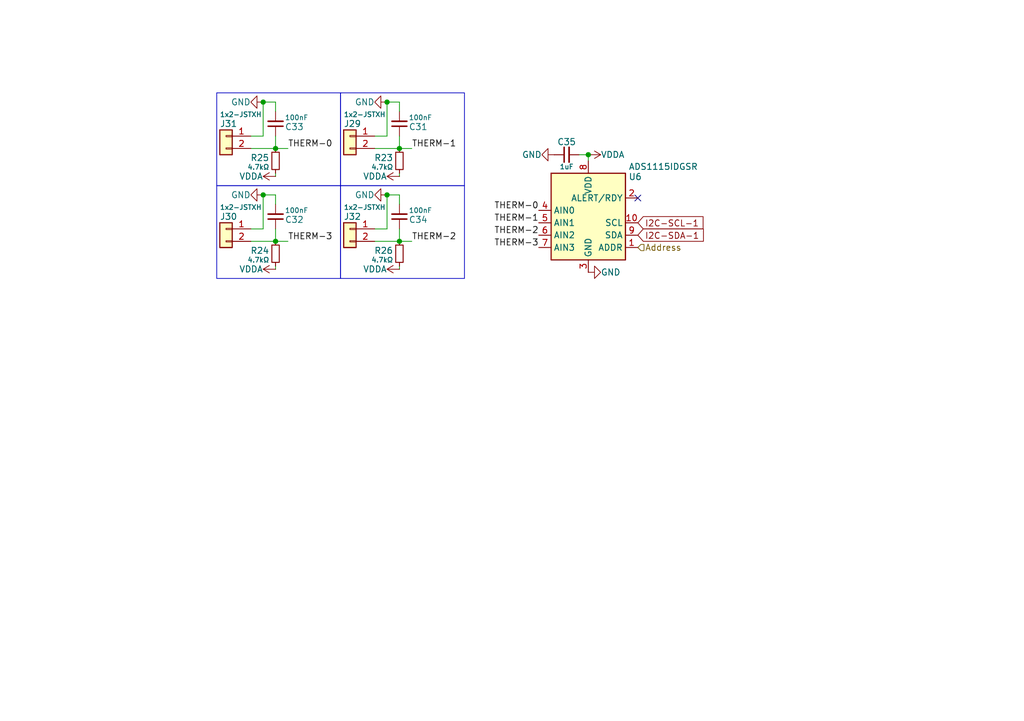
<source format=kicad_sch>
(kicad_sch (version 20250114) (generator "eeschema") (generator_version "9.0")
  (paper "A5")
  (title_block (title "ThermEX26 Klipper Thermistor Expansion") (date "2025-04-07") (rev "2") (company "Pera @ https://transfur.science/f191") (comment 1 "CERN OHL v2 - S") (comment 3 "https://github.com/comradef191/ThermEX"))
  (lib_symbols
    (symbol "Analog_ADC:ADS1115IDGS"
      (property "Reference" "U" (at 2.54 13.97 0))
      (property "Value" "ADS1115IDGS" (at 7.62 11.43 0))
      (symbol "ADS1115IDGS_0_1"
        (rectangle (start -7.62 10.16) (end 7.62 -7.62) (stroke (width 0.254)) (fill (type background)))
      )
      (symbol "ADS1115IDGS_1_1"
        (pin input line (at -10.16 2.54 0) (length 2.54) (name "AIN0") (number "4"))
        (pin input line (at -10.16 0 0) (length 2.54) (name "AIN1") (number "5"))
        (pin input line (at -10.16 -2.54 0) (length 2.54) (name "AIN2") (number "6"))
        (pin input line (at -10.16 -5.08 0) (length 2.54) (name "AIN3") (number "7"))
        (pin power_in line (at 0 12.7 270) (length 2.54) (name "VDD") (number "8"))
        (pin power_in line (at 0 -10.16 90) (length 2.54) (name "GND") (number "3"))
        (pin output line (at 10.16 5.08 180) (length 2.54) (name "ALERT/RDY") (number "2"))
        (pin input line (at 10.16 0 180) (length 2.54) (name "SCL") (number "10"))
        (pin bidirectional line (at 10.16 -2.54 180) (length 2.54) (name "SDA") (number "9"))
        (pin input line (at 10.16 -5.08 180) (length 2.54) (name "ADDR") (number "1"))
      )
    )
    (symbol "Connector_Generic:Conn_01x02" (pin_names (offset 1.016) (hide yes))
      (property "Reference" "J" (at 0 2.54 0))
      (property "Value" "Conn_01x02" (at 0 -5.08 0))
      (symbol "Conn_01x02_1_1"
        (rectangle (start -1.27 1.27) (end 1.27 -3.81) (stroke (width 0.254)) (fill (type background)))
        (rectangle (start -1.27 0.127) (end 0 -0.127) (stroke (width 0.1524)))
        (rectangle (start -1.27 -2.413) (end 0 -2.667) (stroke (width 0.1524)))
        (pin passive line (at -5.08 0 0) (length 3.81) (name "Pin_1") (number "1"))
        (pin passive line (at -5.08 -2.54 0) (length 3.81) (name "Pin_2") (number "2"))
      )
    )
    (symbol "Device:C_Small" (pin_numbers (hide yes)) (pin_names (offset 0.254) (hide yes))
      (property "Reference" "C" (at 0.254 1.778 0))
      (property "Value" "C_Small" (at 0.254 -2.032 0))
      (symbol "C_Small_0_1"
        (polyline (pts (xy -1.524 0.508) (xy 1.524 0.508)) (stroke (width 0.3048)))
        (polyline (pts (xy -1.524 -0.508) (xy 1.524 -0.508)) (stroke (width 0.3302)))
      )
      (symbol "C_Small_1_1"
        (pin passive line (at 0 2.54 270) (length 2.032) (name "~") (number "1"))
        (pin passive line (at 0 -2.54 90) (length 2.032) (name "~") (number "2"))
      )
    )
    (symbol "Device:R_Small" (pin_numbers (hide yes)) (pin_names (offset 0.254) (hide yes))
      (property "Reference" "R" (at 0.762 0.508 0))
      (property "Value" "R_Small" (at 0.762 -1.016 0))
      (symbol "R_Small_0_1"
        (rectangle (start -0.762 1.778) (end 0.762 -1.778) (stroke (width 0.2032)))
      )
      (symbol "R_Small_1_1"
        (pin passive line (at 0 2.54 270) (length 0.762) (name "~") (number "1"))
        (pin passive line (at 0 -2.54 90) (length 0.762) (name "~") (number "2"))
      )
    )
    (symbol "power:GND" (power) (pin_numbers (hide yes)) (pin_names (offset 0) (hide yes))
      (property "Value" "GND" (at 0 -3.81 0))
      (symbol "GND_0_1"
        (polyline (pts (xy 0 0) (xy 0 -1.27) (xy 1.27 -1.27) (xy 0 -2.54) (xy -1.27 -1.27) (xy 0 -1.27)))
      )
      (symbol "GND_1_1"
        (pin power_in line (at 0 0 270) (length 0) (name "~") (number "1"))
      )
    )
    (symbol "power:VDDA" (power) (pin_numbers (hide yes)) (pin_names (offset 0) (hide yes))
      (property "Value" "VDDA" (at 0 3.556 0))
      (symbol "VDDA_0_1"
        (polyline (pts (xy -0.762 1.27) (xy 0 2.54)))
        (polyline (pts (xy 0 2.54) (xy 0.762 1.27)))
        (polyline (pts (xy 0 0) (xy 0 2.54)))
      )
      (symbol "VDDA_1_1"
        (pin power_in line (at 0 0 90) (length 0) (name "~") (number "1"))
      )
    )
  )
  (rectangle (start 69.85 19.05) (end 95.25 38.1))
  (rectangle (start 44.45 38.1) (end 69.85 57.15))
  (rectangle (start 44.45 19.05) (end 69.85 38.1))
  (rectangle (start 69.85 38.1) (end 95.25 57.15))
  (junction (at 120.65 31.75))
  (junction (at 56.515 30.48))
  (junction (at 53.975 20.955))
  (junction (at 79.375 20.955))
  (junction (at 53.975 40.005))
  (junction (at 81.915 49.53))
  (junction (at 56.515 49.53))
  (junction (at 79.375 40.005))
  (junction (at 81.915 30.48))
  (no_connect (at 130.81 40.64))
  (wire (pts (xy 79.375 27.94) (xy 76.835 27.94)))
  (wire (pts (xy 53.975 40.005) (xy 53.975 46.99)))
  (wire (pts (xy 81.915 20.955) (xy 79.375 20.955)))
  (wire (pts (xy 56.515 20.955) (xy 56.515 22.86)))
  (wire (pts (xy 81.915 46.99) (xy 81.915 49.53)))
  (wire (pts (xy 56.515 30.48) (xy 59.055 30.48)))
  (wire (pts (xy 81.915 30.48) (xy 84.455 30.48)))
  (wire (pts (xy 81.915 30.48) (xy 76.835 30.48)))
  (wire (pts (xy 56.515 49.53) (xy 59.055 49.53)))
  (wire (pts (xy 56.515 49.53) (xy 51.435 49.53)))
  (wire (pts (xy 56.515 54.61) (xy 56.515 55.245)))
  (wire (pts (xy 56.515 40.005) (xy 53.975 40.005)))
  (wire (pts (xy 81.915 27.94) (xy 81.915 30.48)))
  (wire (pts (xy 81.915 49.53) (xy 84.455 49.53)))
  (wire (pts (xy 53.975 27.94) (xy 51.435 27.94)))
  (wire (pts (xy 79.375 40.005) (xy 79.375 46.99)))
  (wire (pts (xy 56.515 40.005) (xy 56.515 41.91)))
  (wire (pts (xy 81.915 40.005) (xy 79.375 40.005)))
  (wire (pts (xy 56.515 46.99) (xy 56.515 49.53)))
  (wire (pts (xy 56.515 30.48) (xy 51.435 30.48)))
  (wire (pts (xy 56.515 27.94) (xy 56.515 30.48)))
  (wire (pts (xy 79.375 20.955) (xy 79.375 27.94)))
  (wire (pts (xy 81.915 35.56) (xy 81.915 36.195)))
  (wire (pts (xy 81.915 49.53) (xy 76.835 49.53)))
  (wire (pts (xy 118.745 31.75) (xy 120.65 31.75)))
  (wire (pts (xy 79.375 46.99) (xy 76.835 46.99)))
  (wire (pts (xy 53.975 46.99) (xy 51.435 46.99)))
  (wire (pts (xy 56.515 35.56) (xy 56.515 36.195)))
  (wire (pts (xy 81.915 20.955) (xy 81.915 22.86)))
  (wire (pts (xy 53.975 20.955) (xy 53.975 27.94)))
  (wire (pts (xy 81.915 40.005) (xy 81.915 41.91)))
  (wire (pts (xy 81.915 54.61) (xy 81.915 55.245)))
  (wire (pts (xy 56.515 20.955) (xy 53.975 20.955)))
  (wire (pts (xy 120.65 31.75) (xy 120.65 33.02)))
  (label "THERM-3" (at 59.055 49.53 0))
  (label "THERM-0" (at 110.49 43.18 180))
  (label "THERM-1" (at 110.49 45.72 180))
  (label "THERM-3" (at 110.49 50.8 180))
  (label "THERM-2" (at 110.49 48.26 180))
  (label "THERM-2" (at 84.455 49.53 0))
  (label "THERM-0" (at 59.055 30.48 0))
  (label "THERM-1" (at 84.455 30.48 0))
  (global_label "I2C-SDA-1" (shape input) (at 130.81 48.26 0) (property "Intersheetrefs" "${INTERSHEET_REFS}" (effects (hide yes))))
  (global_label "I2C-SCL-1" (shape input) (at 130.81 45.72 0) (property "Intersheetrefs" "${INTERSHEET_REFS}" (effects (hide yes))))
  (hierarchical_label "Address" (shape input) (at 130.81 50.8 0))
  (symbol (lib_id "Device:C_Small") (at 81.915 44.45 0) (mirror x) (unit 1)
    (property "Reference" "C19" (at 83.82 45.085 0) (effects (justify left)))
    (property "Value" "100nF" (at 83.82 43.18 0) (effects (font (size 1 1)) (justify left)))
    (property "Footprint" "Capacitor_SMD:C_0603_1608Metric" (effects (hide yes)))
    (property "Description" "10v X7R MLCC" (effects (hide yes)))
    (property "LCSC" " C14663" (effects (hide yes)))
    (instances (project "ThermEX10-Stack" (path "" (reference "C34") (unit 1)) (path "" (reference "C19") (unit 1)) (path "" (reference "C24") (unit 1)) (path "" (reference "C29") (unit 1))))
  )
  (symbol (lib_id "Connector_Generic:Conn_01x02") (at 46.355 27.94 0) (mirror y) (unit 1)
    (property "Reference" "J19" (at 45.085 25.4 0) (effects (justify right)))
    (property "Value" "1x2-JSTXH" (at 45.085 23.495 0) (effects (font (size 1 1)) (justify right)))
    (property "Footprint" "CustomFootprints:JST-XH_1x02-V ~ Custom" (effects (hide yes)))
    (property "Description" "Generic connector, single row, 01x02, script generated (kicad-library-utils/schlib/autogen/connector/)" (effects (hide yes)))
    (property "LCSC" "C5160911" (effects (hide yes)))
    (instances (project "ThermEX10-Stack" (path "" (reference "J31") (unit 1)) (path "" (reference "J19") (unit 1)) (path "" (reference "J23") (unit 1)) (path "" (reference "J27") (unit 1))))
  )
  (symbol (lib_id "power:VDDA") (at 56.515 36.195 90) (unit 1)
    (property "Reference" "#PWR045" (effects (hide yes)))
    (property "Value" "VDDA" (at 53.975 36.195 90) (effects (justify left)))
    (property "Description" "Power symbol creates a global label with name \"VDDA\"" (effects (hide yes)))
    (instances (project "ThermEX10-Stack" (path "" (reference "#PWR078") (unit 1)) (path "" (reference "#PWR045") (unit 1)) (path "" (reference "#PWR056") (unit 1)) (path "" (reference "#PWR067") (unit 1))))
  )
  (symbol (lib_id "Device:R_Small") (at 81.915 33.02 0) (mirror x) (unit 1)
    (property "Reference" "R11" (at 80.645 32.385 0) (effects (justify right)))
    (property "Value" "4.7kΩ" (at 80.645 34.29 0) (effects (font (size 1 1)) (justify right)))
    (property "Footprint" "Resistor_SMD:R_0603_1608Metric" (effects (hide yes)))
    (property "Description" "Resistor, small symbol" (effects (hide yes)))
    (property "LCSC" "C23162" (effects (hide yes)))
    (instances (project "ThermEX10-Stack" (path "" (reference "R23") (unit 1)) (path "" (reference "R11") (unit 1)) (path "" (reference "R15") (unit 1)) (path "" (reference "R19") (unit 1))))
  )
  (symbol (lib_id "power:GND") (at 113.665 31.75 270) (unit 1)
    (property "Reference" "#PWR047" (effects (hide yes)))
    (property "Value" "GND" (at 111.125 31.75 90) (effects (justify right)))
    (property "Description" "Power symbol creates a global label with name \"GND\" , ground" (effects (hide yes)))
    (instances (project "ThermEX10-Stack" (path "" (reference "#PWR080") (unit 1)) (path "" (reference "#PWR047") (unit 1)) (path "" (reference "#PWR058") (unit 1)) (path "" (reference "#PWR069") (unit 1))))
  )
  (symbol (lib_id "Connector_Generic:Conn_01x02") (at 71.755 27.94 0) (mirror y) (unit 1)
    (property "Reference" "J17" (at 70.485 25.4 0) (effects (justify right)))
    (property "Value" "1x2-JSTXH" (at 70.485 23.495 0) (effects (font (size 1 1)) (justify right)))
    (property "Footprint" "CustomFootprints:JST-XH_1x02-V ~ Custom" (effects (hide yes)))
    (property "Description" "Generic connector, single row, 01x02, script generated (kicad-library-utils/schlib/autogen/connector/)" (effects (hide yes)))
    (property "LCSC" "C5160911" (effects (hide yes)))
    (instances (project "ThermEX10-Stack" (path "" (reference "J29") (unit 1)) (path "" (reference "J17") (unit 1)) (path "" (reference "J21") (unit 1)) (path "" (reference "J25") (unit 1))))
  )
  (symbol (lib_id "power:GND") (at 53.975 20.955 270) (mirror x) (unit 1)
    (property "Reference" "#PWR033" (effects (hide yes)))
    (property "Value" "GND" (at 51.435 20.955 90) (effects (justify right)))
    (property "Description" "Power symbol creates a global label with name \"GND\" , ground" (effects (hide yes)))
    (instances (project "ThermEX10-Stack" (path "" (reference "#PWR076") (unit 1)) (path "" (reference "#PWR033") (unit 1)) (path "" (reference "#PWR054") (unit 1)) (path "" (reference "#PWR065") (unit 1))))
  )
  (symbol (lib_id "Device:R_Small") (at 56.515 52.07 0) (mirror x) (unit 1)
    (property "Reference" "R12" (at 55.245 51.435 0) (effects (justify right)))
    (property "Value" "4.7kΩ" (at 55.245 53.34 0) (effects (font (size 1 1)) (justify right)))
    (property "Footprint" "Resistor_SMD:R_0603_1608Metric" (effects (hide yes)))
    (property "Description" "Resistor, small symbol" (effects (hide yes)))
    (property "LCSC" "C23162" (effects (hide yes)))
    (instances (project "ThermEX10-Stack" (path "" (reference "R24") (unit 1)) (path "" (reference "R12") (unit 1)) (path "" (reference "R16") (unit 1)) (path "" (reference "R20") (unit 1))))
  )
  (symbol (lib_id "Device:C_Small") (at 56.515 25.4 0) (mirror x) (unit 1)
    (property "Reference" "C18" (at 58.42 26.035 0) (effects (justify left)))
    (property "Value" "100nF" (at 58.42 24.13 0) (effects (font (size 1 1)) (justify left)))
    (property "Footprint" "Capacitor_SMD:C_0603_1608Metric" (effects (hide yes)))
    (property "Description" "10v X7R MLCC" (effects (hide yes)))
    (property "LCSC" " C14663" (effects (hide yes)))
    (instances (project "ThermEX10-Stack" (path "" (reference "C33") (unit 1)) (path "" (reference "C18") (unit 1)) (path "" (reference "C23") (unit 1)) (path "" (reference "C28") (unit 1))))
  )
  (symbol (lib_id "Device:C_Small") (at 81.915 25.4 0) (mirror x) (unit 1)
    (property "Reference" "C16" (at 83.82 26.035 0) (effects (justify left)))
    (property "Value" "100nF" (at 83.82 24.13 0) (effects (font (size 1 1)) (justify left)))
    (property "Footprint" "Capacitor_SMD:C_0603_1608Metric" (effects (hide yes)))
    (property "Description" "10v X7R MLCC" (effects (hide yes)))
    (property "LCSC" " C14663" (effects (hide yes)))
    (instances (project "ThermEX10-Stack" (path "" (reference "C31") (unit 1)) (path "" (reference "C16") (unit 1)) (path "" (reference "C21") (unit 1)) (path "" (reference "C26") (unit 1))))
  )
  (symbol (lib_id "power:GND") (at 53.975 40.005 270) (mirror x) (unit 1)
    (property "Reference" "#PWR023" (effects (hide yes)))
    (property "Value" "GND" (at 51.435 40.005 90) (effects (justify right)))
    (property "Description" "Power symbol creates a global label with name \"GND\" , ground" (effects (hide yes)))
    (instances (project "ThermEX10-Stack" (path "" (reference "#PWR073") (unit 1)) (path "" (reference "#PWR023") (unit 1)) (path "" (reference "#PWR051") (unit 1)) (path "" (reference "#PWR062") (unit 1))))
  )
  (symbol (lib_id "power:VDDA") (at 56.515 55.245 90) (unit 1)
    (property "Reference" "#PWR029" (effects (hide yes)))
    (property "Value" "VDDA" (at 53.975 55.245 90) (effects (justify left)))
    (property "Description" "Power symbol creates a global label with name \"VDDA\"" (effects (hide yes)))
    (instances (project "ThermEX10-Stack" (path "" (reference "#PWR075") (unit 1)) (path "" (reference "#PWR029") (unit 1)) (path "" (reference "#PWR053") (unit 1)) (path "" (reference "#PWR064") (unit 1))))
  )
  (symbol (lib_id "power:GND") (at 120.65 55.88 90) (unit 1)
    (property "Reference" "#PWR049" (effects (hide yes)))
    (property "Value" "GND" (at 123.19 55.88 90) (effects (justify right)))
    (property "Description" "Power symbol creates a global label with name \"GND\" , ground" (effects (hide yes)))
    (instances (project "ThermEX10-Stack" (path "" (reference "#PWR082") (unit 1)) (path "" (reference "#PWR049") (unit 1)) (path "" (reference "#PWR060") (unit 1)) (path "" (reference "#PWR071") (unit 1))))
  )
  (symbol (lib_id "power:VDDA") (at 81.915 55.245 90) (unit 1)
    (property "Reference" "#PWR046" (effects (hide yes)))
    (property "Value" "VDDA" (at 79.375 55.245 90) (effects (justify left)))
    (property "Description" "Power symbol creates a global label with name \"VDDA\"" (effects (hide yes)))
    (instances (project "ThermEX10-Stack" (path "" (reference "#PWR079") (unit 1)) (path "" (reference "#PWR046") (unit 1)) (path "" (reference "#PWR057") (unit 1)) (path "" (reference "#PWR068") (unit 1))))
  )
  (symbol (lib_id "Connector_Generic:Conn_01x02") (at 71.755 46.99 0) (mirror y) (unit 1)
    (property "Reference" "J20" (at 70.485 44.45 0) (effects (justify right)))
    (property "Value" "1x2-JSTXH" (at 70.485 42.545 0) (effects (font (size 1 1)) (justify right)))
    (property "Footprint" "CustomFootprints:JST-XH_1x02-V ~ Custom" (effects (hide yes)))
    (property "Description" "Generic connector, single row, 01x02, script generated (kicad-library-utils/schlib/autogen/connector/)" (effects (hide yes)))
    (property "LCSC" "C5160911" (effects (hide yes)))
    (instances (project "ThermEX10-Stack" (path "" (reference "J32") (unit 1)) (path "" (reference "J20") (unit 1)) (path "" (reference "J24") (unit 1)) (path "" (reference "J28") (unit 1))))
  )
  (symbol (lib_id "Analog_ADC:ADS1115IDGS") (at 120.65 45.72 0) (unit 1)
    (property "Reference" "U3" (at 128.905 35.56 0) (effects (justify left top)))
    (property "Value" "ADS1115IDGSR" (at 128.905 34.925 0) (effects (justify left bottom)))
    (property "Footprint" "PCM_Package_SO_AKL:VSSOP-10_3x3mm_P0.5mm" (effects (hide yes)))
    (property "Datasheet" "http://www.ti.com/lit/ds/symlink/ads1113.pdf" (effects (hide yes)))
    (property "Description" "Ultra-Small, Low-Power, I2C-Compatible, 860-SPS, 16-Bit ADCs With Internal Reference, Oscillator, and Programmable Comparator, VSSOP-10" (effects (hide yes)))
    (property "LCSC" "C37593" (effects (hide yes)))
    (instances (project "ThermEX10-Stack" (path "" (reference "U6") (unit 1)) (path "" (reference "U3") (unit 1)) (path "" (reference "U4") (unit 1)) (path "" (reference "U5") (unit 1))))
  )
  (symbol (lib_id "power:GND") (at 79.375 20.955 270) (mirror x) (unit 1)
    (property "Reference" "#PWR01" (effects (hide yes)))
    (property "Value" "GND" (at 76.835 20.955 90) (effects (justify right)))
    (property "Description" "Power symbol creates a global label with name \"GND\" , ground" (effects (hide yes)))
    (instances (project "ThermEX10-Stack" (path "" (reference "#PWR072") (unit 1)) (path "" (reference "#PWR01") (unit 1)) (path "" (reference "#PWR050") (unit 1)) (path "" (reference "#PWR061") (unit 1))))
  )
  (symbol (lib_id "power:GND") (at 79.375 40.005 270) (mirror x) (unit 1)
    (property "Reference" "#PWR035" (effects (hide yes)))
    (property "Value" "GND" (at 76.835 40.005 90) (effects (justify right)))
    (property "Description" "Power symbol creates a global label with name \"GND\" , ground" (effects (hide yes)))
    (instances (project "ThermEX10-Stack" (path "" (reference "#PWR077") (unit 1)) (path "" (reference "#PWR035") (unit 1)) (path "" (reference "#PWR055") (unit 1)) (path "" (reference "#PWR066") (unit 1))))
  )
  (symbol (lib_id "power:VDDA") (at 120.65 31.75 270) (unit 1)
    (property "Reference" "#PWR048" (effects (hide yes)))
    (property "Value" "VDDA" (at 123.19 31.75 90) (effects (justify left)))
    (property "Description" "Power symbol creates a global label with name \"VDDA\"" (effects (hide yes)))
    (instances (project "ThermEX10-Stack" (path "" (reference "#PWR081") (unit 1)) (path "" (reference "#PWR048") (unit 1)) (path "" (reference "#PWR059") (unit 1)) (path "" (reference "#PWR070") (unit 1))))
  )
  (symbol (lib_id "Device:R_Small") (at 56.515 33.02 0) (mirror x) (unit 1)
    (property "Reference" "R13" (at 55.245 32.385 0) (effects (justify right)))
    (property "Value" "4.7kΩ" (at 55.245 34.29 0) (effects (font (size 1 1)) (justify right)))
    (property "Footprint" "Resistor_SMD:R_0603_1608Metric" (effects (hide yes)))
    (property "Description" "Resistor, small symbol" (effects (hide yes)))
    (property "LCSC" "C23162" (effects (hide yes)))
    (instances (project "ThermEX10-Stack" (path "" (reference "R25") (unit 1)) (path "" (reference "R13") (unit 1)) (path "" (reference "R17") (unit 1)) (path "" (reference "R21") (unit 1))))
  )
  (symbol (lib_id "power:VDDA") (at 81.915 36.195 90) (unit 1)
    (property "Reference" "#PWR026" (effects (hide yes)))
    (property "Value" "VDDA" (at 79.375 36.195 90) (effects (justify left)))
    (property "Description" "Power symbol creates a global label with name \"VDDA\"" (effects (hide yes)))
    (instances (project "ThermEX10-Stack" (path "" (reference "#PWR074") (unit 1)) (path "" (reference "#PWR026") (unit 1)) (path "" (reference "#PWR052") (unit 1)) (path "" (reference "#PWR063") (unit 1))))
  )
  (symbol (lib_id "Device:R_Small") (at 81.915 52.07 0) (mirror x) (unit 1)
    (property "Reference" "R14" (at 80.645 51.435 0) (effects (justify right)))
    (property "Value" "4.7kΩ" (at 80.645 53.34 0) (effects (font (size 1 1)) (justify right)))
    (property "Footprint" "Resistor_SMD:R_0603_1608Metric" (effects (hide yes)))
    (property "Description" "Resistor, small symbol" (effects (hide yes)))
    (property "LCSC" "C23162" (effects (hide yes)))
    (instances (project "ThermEX10-Stack" (path "" (reference "R26") (unit 1)) (path "" (reference "R14") (unit 1)) (path "" (reference "R18") (unit 1)) (path "" (reference "R22") (unit 1))))
  )
  (symbol (lib_id "Device:C_Small") (at 56.515 44.45 0) (mirror x) (unit 1)
    (property "Reference" "C17" (at 58.42 45.085 0) (effects (justify left)))
    (property "Value" "100nF" (at 58.42 43.18 0) (effects (font (size 1 1)) (justify left)))
    (property "Footprint" "Capacitor_SMD:C_0603_1608Metric" (effects (hide yes)))
    (property "Description" "10v X7R MLCC" (effects (hide yes)))
    (property "LCSC" " C14663" (effects (hide yes)))
    (instances (project "ThermEX10-Stack" (path "" (reference "C32") (unit 1)) (path "" (reference "C17") (unit 1)) (path "" (reference "C22") (unit 1)) (path "" (reference "C27") (unit 1))))
  )
  (symbol (lib_id "Connector_Generic:Conn_01x02") (at 46.355 46.99 0) (mirror y) (unit 1)
    (property "Reference" "J18" (at 45.085 44.45 0) (effects (justify right)))
    (property "Value" "1x2-JSTXH" (at 45.085 42.545 0) (effects (font (size 1 1)) (justify right)))
    (property "Footprint" "CustomFootprints:JST-XH_1x02-V ~ Custom" (effects (hide yes)))
    (property "Description" "Generic connector, single row, 01x02, script generated (kicad-library-utils/schlib/autogen/connector/)" (effects (hide yes)))
    (property "LCSC" "C5160911" (effects (hide yes)))
    (instances (project "ThermEX10-Stack" (path "" (reference "J30") (unit 1)) (path "" (reference "J18") (unit 1)) (path "" (reference "J22") (unit 1)) (path "" (reference "J26") (unit 1))))
  )
  (symbol (lib_id "Device:C_Small") (at 116.205 31.75 90) (unit 1)
    (property "Reference" "C20" (at 116.205 29.845 90) (effects (justify top)))
    (property "Value" "1uF" (at 116.205 33.655 90) (effects (font (size 1 1)) (justify bottom)))
    (property "Footprint" "Capacitor_SMD:C_0603_1608Metric" (effects (hide yes)))
    (property "Description" "X5R 16v MLCC" (effects (hide yes)))
    (property "LCSC" "C15849" (effects (hide yes)))
    (instances (project "ThermEX10-Stack" (path "" (reference "C35") (unit 1)) (path "" (reference "C20") (unit 1)) (path "" (reference "C25") (unit 1)) (path "" (reference "C30") (unit 1))))
  )
)
</source>
